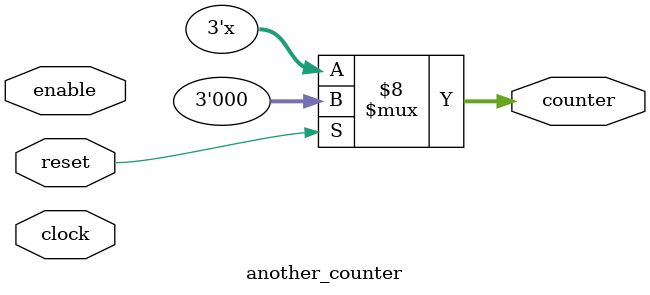
<source format=v>
/* Это 3-х битовый суммирующий счетчик */

module another_counter (
input wire clock , // Запуск входа счетчика 
input wire reset , // Синхронный сброс с активным высоким уровнем сигнала
input wire enable , // Разрешающий сигнал для счетчика с активным высоким уровнем
output reg [2:0]counter // 3-х битовый вектор выхода счетчика
);

always @ (clock)
begin : MY_COUNTER
  if (reset == 1'b1) begin
    counter <= 3'b000;
  end
  else if (enable == 1'b1) begin
    counter <= counter + 1;
  end
end
endmodule
</source>
